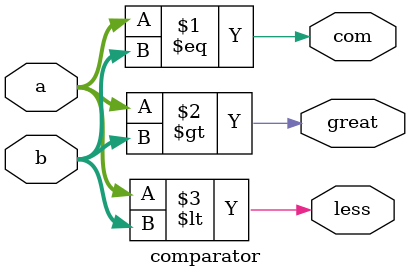
<source format=v>
module  comparator(
  input [3:0]a,b,
  output com,great,less
);
  
    
  assign com   = a==b;
  assign great = a>b ;
  assign less  = a<b ; 
  
  
endmodule

</source>
